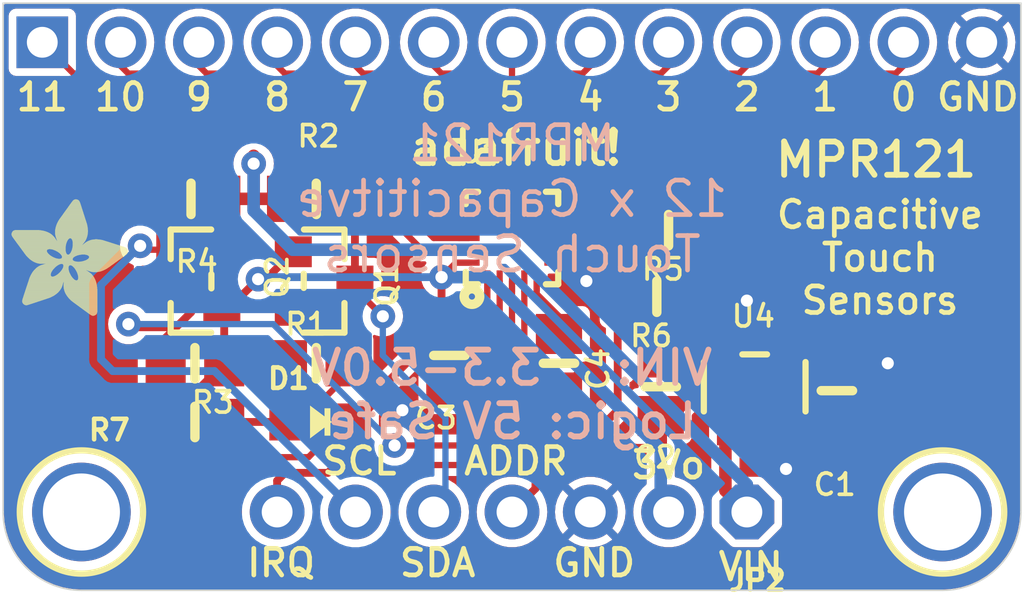
<source format=kicad_pcb>
(kicad_pcb (version 20221018) (generator pcbnew)
  (layers (0 "F.Cu" signal) (31 "B.Cu" signal) (34 "B.Paste" user) (35 "F.Paste" user) (36 "B.SilkS" user "B.Silkscreen") (37 "F.SilkS" user "F.Silkscreen") (38 "B.Mask" user) (39 "F.Mask" user) (44 "Edge.Cuts" user))
  (net 0 "")
  (net 1 "3.3V")
  (net 2 "GND")
  (net 3 "SCL_3V")
  (net 4 "SDA_3V")
  (net 5 "VIN")
  (net 6 "SDA_5V")
  (net 7 "SCL_5V")
  (net 8 "N$2")
  (net 9 "N$3")
  (net 10 "IRQ")
  (net 11 "ELEC0")
  (net 12 "ELEC1")
  (net 13 "ELEC2")
  (net 14 "ELEC3")
  (net 15 "ELEC4")
  (net 16 "ELEC5")
  (net 17 "ELEC6")
  (net 18 "ELEC7")
  (net 19 "ELEC8")
  (net 20 "ELEC9")
  (net 21 "ELEC10")
  (net 22 "ELEC11")
  (net 23 "N$1")
  (net 24 "ADDR")
  (footprint "working:0805-NO" (layer "F.Cu") (at 153.5811 102.8446 180)
    (fp_text reference "R5" (at -0.5715 -1.27) (layer "F.SilkS") (effects (font (size 0.692831 0.692831) (thickness 0.119969)) (justify right)))
    (fp_text value "75K")
    (pad "1" smd rect (at -0.95 0 180) (size 1.3 1.5) (layers "F.Cu" "F.Paste" "F.Mask") (net 2 "GND"))
    (pad "2" smd rect (at 0.95 0 180) (size 1.3 1.5) (layers "F.Cu" "F.Paste" "F.Mask") (net 9 "N$3"))
  )
  (footprint "working:MOUNTINGHOLE_2.5_PLATED" (layer "F.Cu") (at 162.4711 111.9886 180)
    (fp_text reference "U$11" hide)
    (fp_text value "MOUNTINGHOLE2.5" hide)
    (pad "P$1" thru_hole circle (at 0 0 180) (size 3.2 3.2) (drill 2.5) (layers "*.Cu" "*.Mask"))
    (zone (net 0) (net_name "") (layer "F.Cu") (connect_pads (clearance 0)) (min_thickness 0.25)
      (keepout (tracks not_allowed) (vias not_allowed) (pads not_allowed) (copperpour not_allowed) (footprints allowed))
      (fill (thermal_gap 0.5) (thermal_bridge_width 0.5))
      (polygon (pts (xy 160.4551 111.9886) (xy 160.47472 112.269173) (xy 160.533196 112.544285) (xy 160.629392 112.808581) (xy 160.761435 113.056917) (xy 160.926754 113.28446) (xy 161.122133 113.48678) (xy 161.343767 113.65994) (xy 161.587344 113.800569) (xy 161.848122 113.90593) (xy 162.121025 113.973972) (xy 162.400743 114.003372) (xy 162.681829 113.993556) (xy 162.958815 113.944716) (xy 163.226307 113.857803) (xy 163.4791 113.734507) (xy 163.712274 113.57723) (xy 163.921289 113.389031) (xy 164.102078 113.173575) (xy 164.251122 112.935055) (xy 164.36552 112.678113) (xy 164.443046 112.40775) (xy 164.482189 112.129229) (xy 164.482189 111.847971) (xy 164.443046 111.56945) (xy 164.36552 111.299087) (xy 164.251122 111.042145) (xy 164.102078 110.803625) (xy 163.921289 110.588169) (xy 163.712274 110.39997) (xy 163.4791 110.242693) (xy 163.226307 110.119397) (xy 162.958815 110.032484) (xy 162.681829 109.983644) (xy 162.400743 109.973828) (xy 162.121025 110.003228) (xy 161.848122 110.07127) (xy 161.587344 110.176631) (xy 161.343767 110.31726) (xy 161.122133 110.49042) (xy 160.926754 110.69274) (xy 160.761435 110.920283) (xy 160.629392 111.168619) (xy 160.533196 111.432915) (xy 160.47472 111.708027)))
      (polygon (pts (xy 162.4871 111.9886) (xy 162.482414 111.977286) (xy 162.4711 111.9726) (xy 162.459786 111.977286) (xy 162.4551 111.9886) (xy 162.459786 111.999914) (xy 162.4711 112.0046) (xy 162.482414 111.999914)))
    )
    (zone (net 0) (net_name "") (layer "B.Cu") (connect_pads (clearance 0)) (min_thickness 0.25)
      (keepout (tracks not_allowed) (vias not_allowed) (pads not_allowed) (copperpour not_allowed) (footprints allowed))
      (fill (thermal_gap 0.5) (thermal_bridge_width 0.5))
      (polygon (pts (xy 160.4551 111.9886) (xy 160.47472 112.269173) (xy 160.533196 112.544285) (xy 160.629392 112.808581) (xy 160.761435 113.056917) (xy 160.926754 113.28446) (xy 161.122133 113.48678) (xy 161.343767 113.65994) (xy 161.587344 113.800569) (xy 161.848122 113.90593) (xy 162.121025 113.973972) (xy 162.400743 114.003372) (xy 162.681829 113.993556) (xy 162.958815 113.944716) (xy 163.226307 113.857803) (xy 163.4791 113.734507) (xy 163.712274 113.57723) (xy 163.921289 113.389031) (xy 164.102078 113.173575) (xy 164.251122 112.935055) (xy 164.36552 112.678113) (xy 164.443046 112.40775) (xy 164.482189 112.129229) (xy 164.482189 111.847971) (xy 164.443046 111.56945) (xy 164.36552 111.299087) (xy 164.251122 111.042145) (xy 164.102078 110.803625) (xy 163.921289 110.588169) (xy 163.712274 110.39997) (xy 163.4791 110.242693) (xy 163.226307 110.119397) (xy 162.958815 110.032484) (xy 162.681829 109.983644) (xy 162.400743 109.973828) (xy 162.121025 110.003228) (xy 161.848122 110.07127) (xy 161.587344 110.176631) (xy 161.343767 110.31726) (xy 161.122133 110.49042) (xy 160.926754 110.69274) (xy 160.761435 110.920283) (xy 160.629392 111.168619) (xy 160.533196 111.432915) (xy 160.47472 111.708027)))
      (polygon (pts (xy 162.4871 111.9886) (xy 162.482414 111.977286) (xy 162.4711 111.9726) (xy 162.459786 111.977286) (xy 162.4551 111.9886) (xy 162.459786 111.999914) (xy 162.4711 112.0046) (xy 162.482414 111.999914)))
    )
  )
  (footprint "working:0805-NO" (layer "F.Cu") (at 153.2001 105.0036 180)
    (fp_text reference "R6" (at -0.5715 -1.27) (layer "F.SilkS") (effects (font (size 0.692831 0.692831) (thickness 0.119969)) (justify right)))
    (fp_text value "100K")
    (pad "1" smd rect (at -0.95 0 180) (size 1.3 1.5) (layers "F.Cu" "F.Paste" "F.Mask") (net 2 "GND"))
    (pad "2" smd rect (at 0.95 0 180) (size 1.3 1.5) (layers "F.Cu" "F.Paste" "F.Mask") (net 24 "ADDR"))
  )
  (footprint "working:0805-NO" (layer "F.Cu") (at 153.3271 107.9246 90)
    (fp_text reference "C2" (at -2.286 0.5715) (layer "F.SilkS") (effects (font (size 0.692831 0.692831) (thickness 0.119969)) (justify right)))
    (fp_text value "10uF")
    (pad "1" smd rect (at -0.95 0 90) (size 1.3 1.5) (layers "F.Cu" "F.Paste" "F.Mask") (net 1 "3.3V"))
    (pad "2" smd rect (at 0.95 0 90) (size 1.3 1.5) (layers "F.Cu" "F.Paste" "F.Mask") (net 2 "GND"))
  )
  (footprint "working:SOT23-WIDE" (layer "F.Cu") (at 138.0871 104.4956 90)
    (fp_text reference "Q2" (at -0.635 2.794 90) (layer "F.SilkS") (effects (font (size 0.692831 0.692831) (thickness 0.119969)) (justify left)))
    (fp_text value "BSS138")
    (pad "1" smd rect (at -0.95 1 90) (size 1 1.2) (layers "F.Cu" "F.Paste" "F.Mask") (net 1 "3.3V"))
    (pad "2" smd rect (at 0.95 1 90) (size 1 1.2) (layers "F.Cu" "F.Paste" "F.Mask") (net 3 "SCL_3V"))
    (pad "3" smd rect (at 0 -1 90) (size 1 1.2) (layers "F.Cu" "F.Paste" "F.Mask") (net 7 "SCL_5V"))
  )
  (footprint "working:CHIPLED_0805_NOOUTLINE" (layer "F.Cu") (at 142.2781 109.0676 -90)
    (fp_text reference "D1" (at -1.016 1.778) (layer "F.SilkS") (effects (font (size 0.666496 0.666496) (thickness 0.146304)) (justify left bottom)))
    (fp_text value "RED")
    (pad "A" smd rect (at 0 1.05 270) (size 1.2 1.2) (layers "F.Cu" "F.Paste" "F.Mask") (net 23 "N$1"))
    (pad "C" smd rect (at 0 -1.05 270) (size 1.2 1.2) (layers "F.Cu" "F.Paste" "F.Mask") (net 10 "IRQ"))
  )
  (footprint "working:0805-NO" (layer "F.Cu") (at 159.0421 108.0516 90)
    (fp_text reference "C1" (at -3.048 -0.8255) (layer "F.SilkS") (effects (font (size 0.692831 0.692831) (thickness 0.119969)) (justify left)))
    (fp_text value "10uF")
    (pad "1" smd rect (at -0.95 0 90) (size 1.3 1.5) (layers "F.Cu" "F.Paste" "F.Mask") (net 5 "VIN"))
    (pad "2" smd rect (at 0.95 0 90) (size 1.3 1.5) (layers "F.Cu" "F.Paste" "F.Mask") (net 2 "GND"))
  )
  (footprint "working:1X13_ROUND_70" (layer "F.Cu") (at 148.5011 96.7486)
    (fp_text reference "JP1" hide)
    (fp_text value "")
    (pad "1" thru_hole rect (at -15.24 0 90) (size 1.6764 1.6764) (drill 1) (layers "*.Cu" "*.Mask") (net 22 "ELEC11"))
    (pad "2" thru_hole circle (at -12.7 0 90) (size 1.6764 1.6764) (drill 1) (layers "*.Cu" "*.Mask") (net 21 "ELEC10"))
    (pad "3" thru_hole circle (at -10.16 0 90) (size 1.6764 1.6764) (drill 1) (layers "*.Cu" "*.Mask") (net 20 "ELEC9"))
    (pad "4" thru_hole circle (at -7.62 0 90) (size 1.6764 1.6764) (drill 1) (layers "*.Cu" "*.Mask") (net 19 "ELEC8"))
    (pad "5" thru_hole circle (at -5.08 0 90) (size 1.6764 1.6764) (drill 1) (layers "*.Cu" "*.Mask") (net 18 "ELEC7"))
    (pad "6" thru_hole circle (at -2.54 0 90) (size 1.6764 1.6764) (drill 1) (layers "*.Cu" "*.Mask") (net 17 "ELEC6"))
    (pad "7" thru_hole circle (at 0 0 90) (size 1.6764 1.6764) (drill 1) (layers "*.Cu" "*.Mask") (net 16 "ELEC5"))
    (pad "8" thru_hole circle (at 2.54 0 90) (size 1.6764 1.6764) (drill 1) (layers "*.Cu" "*.Mask") (net 15 "ELEC4"))
    (pad "9" thru_hole circle (at 5.08 0 90) (size 1.6764 1.6764) (drill 1) (layers "*.Cu" "*.Mask") (net 14 "ELEC3"))
    (pad "10" thru_hole circle (at 7.62 0 90) (size 1.6764 1.6764) (drill 1) (layers "*.Cu" "*.Mask") (net 13 "ELEC2"))
    (pad "11" thru_hole circle (at 10.16 0 90) (size 1.6764 1.6764) (drill 1) (layers "*.Cu" "*.Mask") (net 12 "ELEC1"))
    (pad "12" thru_hole circle (at 12.7 0 90) (size 1.6764 1.6764) (drill 1) (layers "*.Cu" "*.Mask") (net 11 "ELEC0"))
    (pad "13" thru_hole circle (at 15.24 0 90) (size 1.6764 1.6764) (drill 1) (layers "*.Cu" "*.Mask") (net 2 "GND"))
  )
  (footprint "working:1X07_ROUND_70" (layer "F.Cu") (at 148.5011 111.9886 180)
    (fp_text reference "JP2" (at -8.9662 -1.8288 180) (layer "F.SilkS") (effects (font (size 0.666496 0.666496) (thickness 0.146304)) (justify right top)))
    (fp_text value "")
    (pad "1" thru_hole roundrect (at -7.62 0 270) (size 1.778 1.778) (drill 1) (layers "*.Cu" "*.Mask") (chamfer_ratio 0.2928932188) (chamfer top_left top_right bottom_left bottom_right) (net 5 "VIN"))
    (pad "2" thru_hole circle (at -5.08 0 270) (size 1.778 1.778) (drill 1) (layers "*.Cu" "*.Mask") (net 1 "3.3V"))
    (pad "3" thru_hole circle (at -2.54 0 270) (size 1.778 1.778) (drill 1) (layers "*.Cu" "*.Mask") (net 2 "GND"))
    (pad "4" thru_hole circle (at 0 0 270) (size 1.778 1.778) (drill 1) (layers "*.Cu" "*.Mask") (net 24 "ADDR"))
    (pad "5" thru_hole circle (at 2.54 0 270) (size 1.778 1.778) (drill 1) (layers "*.Cu" "*.Mask") (net 6 "SDA_5V"))
    (pad "6" thru_hole circle (at 5.08 0 270) (size 1.778 1.778) (drill 1) (layers "*.Cu" "*.Mask") (net 7 "SCL_5V"))
    (pad "7" thru_hole circle (at 7.62 0 270) (size 1.778 1.778) (drill 1) (layers "*.Cu" "*.Mask") (net 10 "IRQ"))
  )
  (footprint "working:FIDUCIAL_1MM" (layer "F.Cu") (at 133.3881 100.3046 180)
    (fp_text reference "FID2" hide)
    (fp_text value "FIDUCIAL\"\"" hide)
    (pad "1" smd roundrect (at 0 0 180) (size 1 1) (layers "F.Cu" "F.Mask") (roundrect_rratio 0.5))
  )
  (footprint "working:0805-NO" (layer "F.Cu") (at 138.2141 107.1626)
    (fp_text reference "R3" (at 1.3335 1.27) (layer "F.SilkS") (effects (font (size 0.692831 0.692831) (thickness 0.119969)) (justify right)))
    (fp_text value "10K")
    (pad "1" smd rect (at -0.95 0) (size 1.3 1.5) (layers "F.Cu" "F.Paste" "F.Mask") (net 3 "SCL_3V"))
    (pad "2" smd rect (at 0.95 0) (size 1.3 1.5) (layers "F.Cu" "F.Paste" "F.Mask") (net 1 "3.3V"))
  )
  (footprint "working:SOT23-WIDE" (layer "F.Cu") (at 142.4051 104.4956 -90)
    (fp_text reference "Q1" (at -0.635 -2.032 90) (layer "F.SilkS") (effects (font (size 0.692831 0.692831) (thickness 0.119969)) (justify right)))
    (fp_text value "BSS138")
    (pad "1" smd rect (at -0.95 1 270) (size 1 1.2) (layers "F.Cu" "F.Paste" "F.Mask") (net 1 "3.3V"))
    (pad "2" smd rect (at 0.95 1 270) (size 1 1.2) (layers "F.Cu" "F.Paste" "F.Mask") (net 4 "SDA_3V"))
    (pad "3" smd rect (at 0 -1 270) (size 1 1.2) (layers "F.Cu" "F.Paste" "F.Mask") (net 6 "SDA_5V"))
  )
  (footprint "working:0805-NO" (layer "F.Cu") (at 138.0871 101.8286)
    (fp_text reference "R4" (at -0.5715 2.032) (layer "F.SilkS") (effects (font (size 0.692831 0.692831) (thickness 0.119969)) (justify left)))
    (fp_text value "10K")
    (pad "1" smd rect (at -0.95 0) (size 1.3 1.5) (layers "F.Cu" "F.Paste" "F.Mask") (net 7 "SCL_5V"))
    (pad "2" smd rect (at 0.95 0) (size 1.3 1.5) (layers "F.Cu" "F.Paste" "F.Mask") (net 5 "VIN"))
  )
  (footprint "working:QFN20_3MM_NOTHERMAL" (layer "F.Cu") (at 148.5011 103.0986 90)
    (fp_text reference "U1" (at 2.794 -0.254) (layer "F.SilkS") (effects (font (size 0.692831 0.692831) (thickness 0.119969)) (justify right)))
    (fp_text value "")
    (pad "1" smd rect (at -1.4 -0.8 270) (size 0.7 0.2) (layers "F.Cu" "F.Paste" "F.Mask") (net 10 "IRQ"))
    (pad "2" smd rect (at -1.4 -0.4 270) (size 0.7 0.2) (layers "F.Cu" "F.Paste" "F.Mask") (net 3 "SCL_3V"))
    (pad "3" smd rect (at -1.4 0 270) (size 0.7 0.2) (layers "F.Cu" "F.Paste" "F.Mask") (net 4 "SDA_3V"))
    (pad "4" smd rect (at -1.4 0.4 270) (size 0.7 0.2) (layers "F.Cu" "F.Paste" "F.Mask") (net 24 "ADDR"))
    (pad "5" smd rect (at -1.4 0.8 270) (size 0.7 0.2) (layers "F.Cu" "F.Paste" "F.Mask") (net 8 "N$2"))
    (pad "6" smd rect (at -0.8 1.4 180) (size 0.7 0.2) (layers "F.Cu" "F.Paste" "F.Mask") (net 2 "GND"))
    (pad "7" smd rect (at -0.4 1.4 180) (size 0.7 0.2) (layers "F.Cu" "F.Paste" "F.Mask") (net 9 "N$3"))
    (pad "8" smd rect (at 0 1.4 180) (size 0.7 0.2) (layers "F.Cu" "F.Paste" "F.Mask") (net 11 "ELEC0"))
    (pad "9" smd rect (at 0.4 1.4 180) (size 0.7 0.2) (layers "F.Cu" "F.Paste" "F.Mask") (net 12 "ELEC1"))
    (pad "10" smd rect (at 0.8 1.4 180) (size 0.7 0.2) (layers "F.Cu" "F.Paste" "F.Mask") (net 13 "ELEC2"))
    (pad "11" smd rect (at 1.4 0.8 270) (size 0.7 0.2) (layers "F.Cu" "F.Paste" "F.Mask") (net 14 "ELEC3"))
    (pad "12" smd rect (at 1.4 0.4 270) (size 0.7 0.2) (layers "F.Cu" "F.Paste" "F.Mask") (net 15 "ELEC4"))
    (pad "13" smd rect (at 1.4 0 270) (size 0.7 0.2) (layers "F.Cu" "F.Paste" "F.Mask") (net 16 "ELEC5"))
    (pad "14" smd rect (at 1.4 -0.4 270) (size 0.7 0.2) (layers "F.Cu" "F.Paste" "F.Mask") (net 17 "ELEC6"))
    (pad "15" smd rect (at 1.4 -0.8 270) (size 0.7 0.2) (layers "F.Cu" "F.Paste" "F.Mask") (net 18 "ELEC7"))
    (pad "16" smd rect (at 0.8 -1.4 180) (size 0.7 0.2) (layers "F.Cu" "F.Paste" "F.Mask") (net 19 "ELEC8"))
    (pad "17" smd rect (at 0.4 -1.4 180) (size 0.7 0.2) (layers "F.Cu" "F.Paste" "F.Mask") (net 20 "ELEC9"))
    (pad "18" smd rect (at 0 -1.4 180) (size 0.7 0.2) (layers "F.Cu" "F.Paste" "F.Mask") (net 21 "ELEC10"))
    (pad "19" smd rect (at -0.4 -1.4 180) (size 0.7 0.2) (layers "F.Cu" "F.Paste" "F.Mask") (net 22 "ELEC11"))
    (pad "20" smd rect (at -0.8 -1.4 180) (size 0.7 0.2) (layers "F.Cu" "F.Paste" "F.Mask") (net 1 "3.3V"))
  )
  (footprint "working:SOT23-5" (layer "F.Cu") (at 156.3751 107.9246)
    (fp_text reference "U4" (at -0.816 -2.286) (layer "F.SilkS") (effects (font (size 0.692831 0.692831) (thickness 0.119969)) (justify left)))
    (fp_text value "MIC5225-3.3")
    (pad "1" smd rect (at -0.95 1.3001) (size 0.55 1.2) (layers "F.Cu" "F.Paste" "F.Mask") (net 5 "VIN"))
    (pad "2" smd rect (at 0 1.3001) (size 0.55 1.2) (layers "F.Cu" "F.Paste" "F.Mask") (net 2 "GND"))
    (pad "3" smd rect (at 0.95 1.3001) (size 0.55 1.2) (layers "F.Cu" "F.Paste" "F.Mask") (net 5 "VIN"))
    (pad "4" smd rect (at 0.95 -1.3001) (size 0.55 1.2) (layers "F.Cu" "F.Paste" "F.Mask"))
    (pad "5" smd rect (at -0.95 -1.3001) (size 0.55 1.2) (layers "F.Cu" "F.Paste" "F.Mask") (net 1 "3.3V"))
  )
  (footprint "working:0805-NO" (layer "F.Cu") (at 150.0251 107.1626 -90)
    (fp_text reference "C4" (at -0.5715 -1.27 90) (layer "F.SilkS") (effects (font (size 0.692831 0.692831) (thickness 0.119969)) (justify right)))
    (fp_text value "0.1uF")
    (pad "1" smd rect (at -0.95 0 270) (size 1.3 1.5) (layers "F.Cu" "F.Paste" "F.Mask") (net 8 "N$2"))
    (pad "2" smd rect (at 0.95 0 270) (size 1.3 1.5) (layers "F.Cu" "F.Paste" "F.Mask") (net 2 "GND"))
  )
  (footprint "working:MOUNTINGHOLE_2.5_PLATED" (layer "F.Cu") (at 134.5311 111.9886 180)
    (fp_text reference "U$10" hide)
    (fp_text value "MOUNTINGHOLE2.5" hide)
    (pad "P$1" thru_hole circle (at 0 0 180) (size 3.2 3.2) (drill 2.5) (layers "*.Cu" "*.Mask"))
    (zone (net 0) (net_name "") (layer "F.Cu") (connect_pads (clearance 0)) (min_thickness 0.25)
      (keepout (tracks not_allowed) (vias not_allowed) (pads not_allowed) (copperpour not_allowed) (footprints allowed))
      (fill (thermal_gap 0.5) (thermal_bridge_width 0.5))
      (polygon (pts (xy 132.5151 111.9886) (xy 132.53472 112.269173) (xy 132.593196 112.544285) (xy 132.689392 112.808581) (xy 132.821435 113.056917) (xy 132.986754 113.28446) (xy 133.182133 113.48678) (xy 133.403767 113.65994) (xy 133.647344 113.800569) (xy 133.908122 113.90593) (xy 134.181025 113.973972) (xy 134.460743 114.003372) (xy 134.741829 113.993556) (xy 135.018815 113.944716) (xy 135.286307 113.857803) (xy 135.5391 113.734507) (xy 135.772274 113.57723) (xy 135.981289 113.389031) (xy 136.162078 113.173575) (xy 136.311122 112.935055) (xy 136.42552 112.678113) (xy 136.503046 112.40775) (xy 136.542189 112.129229) (xy 136.542189 111.847971) (xy 136.503046 111.56945) (xy 136.42552 111.299087) (xy 136.311122 111.042145) (xy 136.162078 110.803625) (xy 135.981289 110.588169) (xy 135.772274 110.39997) (xy 135.5391 110.242693) (xy 135.286307 110.119397) (xy 135.018815 110.032484) (xy 134.741829 109.983644) (xy 134.460743 109.973828) (xy 134.181025 110.003228) (xy 133.908122 110.07127) (xy 133.647344 110.176631) (xy 133.403767 110.31726) (xy 133.182133 110.49042) (xy 132.986754 110.69274) (xy 132.821435 110.920283) (xy 132.689392 111.168619) (xy 132.593196 111.432915) (xy 132.53472 111.708027)))
      (polygon (pts (xy 134.5471 111.9886) (xy 134.542414 111.977286) (xy 134.5311 111.9726) (xy 134.519786 111.977286) (xy 134.5151 111.9886) (xy 134.519786 111.999914) (xy 134.5311 112.0046) (xy 134.542414 111.999914)))
    )
    (zone (net 0) (net_name "") (layer "B.Cu") (connect_pads (clearance 0)) (min_thickness 0.25)
      (keepout (tracks not_allowed) (vias not_allowed) (pads not_allowed) (copperpour not_allowed) (footprints allowed))
      (fill (thermal_gap 0.5) (thermal_bridge_width 0.5))
      (polygon (pts (xy 132.5151 111.9886) (xy 132.53472 112.269173) (xy 132.593196 112.544285) (xy 132.689392 112.808581) (xy 132.821435 113.056917) (xy 132.986754 113.28446) (xy 133.182133 113.48678) (xy 133.403767 113.65994) (xy 133.647344 113.800569) (xy 133.908122 113.90593) (xy 134.181025 113.973972) (xy 134.460743 114.003372) (xy 134.741829 113.993556) (xy 135.018815 113.944716) (xy 135.286307 113.857803) (xy 135.5391 113.734507) (xy 135.772274 113.57723) (xy 135.981289 113.389031) (xy 136.162078 113.173575) (xy 136.311122 112.935055) (xy 136.42552 112.678113) (xy 136.503046 112.40775) (xy 136.542189 112.129229) (xy 136.542189 111.847971) (xy 136.503046 111.56945) (xy 136.42552 111.299087) (xy 136.311122 111.042145) (xy 136.162078 110.803625) (xy 135.981289 110.588169) (xy 135.772274 110.39997) (xy 135.5391 110.242693) (xy 135.286307 110.119397) (xy 135.018815 110.032484) (xy 134.741829 109.983644) (xy 134.460743 109.973828) (xy 134.181025 110.003228) (xy 133.908122 110.07127) (xy 133.647344 110.176631) (xy 133.403767 110.31726) (xy 133.182133 110.49042) (xy 132.986754 110.69274) (xy 132.821435 110.920283) (xy 132.689392 111.168619) (xy 132.593196 111.432915) (xy 132.53472 111.708027)))
      (polygon (pts (xy 134.5471 111.9886) (xy 134.542414 111.977286) (xy 134.5311 111.9726) (xy 134.519786 111.977286) (xy 134.5151 111.9886) (xy 134.519786 111.999914) (xy 134.5311 112.0046) (xy 134.542414 111.999914)))
    )
  )
  (footprint "working:0805-NO" (layer "F.Cu") (at 142.1511 107.1626 180)
    (fp_text reference "R1" (at 1.0795 1.27) (layer "F.SilkS") (effects (font (size 0.692831 0.692831) (thickness 0.119969)) (justify left)))
    (fp_text value "10K")
    (pad "1" smd rect (at -0.95 0 180) (size 1.3 1.5) (layers "F.Cu" "F.Paste" "F.Mask") (net 4 "SDA_3V"))
    (pad "2" smd rect (at 0.95 0 180) (size 1.3 1.5) (layers "F.Cu" "F.Paste" "F.Mask") (net 1 "3.3V"))
  )
  (footprint "working:0805-NO" (layer "F.Cu") (at 138.2141 109.0676 180)
    (fp_text reference "R7" (at 2.032 0.127 180) (layer "F.SilkS") (effects (font (size 0.666496 0.666496) (thickness 0.146304)) (justify right top)))
    (fp_text value "1K")
    (pad "1" smd rect (at -0.95 0 180) (size 1.3 1.5) (layers "F.Cu" "F.Paste" "F.Mask") (net 23 "N$1"))
    (pad "2" smd rect (at 0.95 0 180) (size 1.3 1.5) (layers "F.Cu" "F.Paste" "F.Mask") (net 1 "3.3V"))
  )
  (footprint "working:ADAFRUIT_3.5MM" (layer "F.Cu") (at 132.2451 105.6386)
    (fp_text reference "U$14" hide)
    (fp_text value "" hide)
  )
  (footprint "working:FIDUCIAL_1MM" (layer "F.Cu") (at 163.4871 108.6866 180)
    (fp_text reference "FID1" hide)
    (fp_text value "FIDUCIAL\"\"" hide)
    (pad "1" smd roundrect (at 0 0 180) (size 1 1) (layers "F.Cu" "F.Mask") (roundrect_rratio 0.5))
  )
  (footprint "working:0805-NO" (layer "F.Cu") (at 142.1511 101.8286 180)
    (fp_text reference "R2" (at -0.8255 2.032) (layer "F.SilkS") (effects (font (size 0.692831 0.692831) (thickness 0.119969)) (justify right)))
    (fp_text value "10K")
    (pad "1" smd rect (at -0.95 0 180) (size 1.3 1.5) (layers "F.Cu" "F.Paste" "F.Mask") (net 6 "SDA_5V"))
    (pad "2" smd rect (at 0.95 0 180) (size 1.3 1.5) (layers "F.Cu" "F.Paste" "F.Mask") (net 5 "VIN"))
  )
  (footprint "working:0805_10MGAP" (layer "F.Cu") (at 146.4691 106.9086 -90)
    (fp_text reference "C3" (at 2.032 -0.3175) (layer "F.SilkS") (effects (font (size 0.692831 0.692831) (thickness 0.119969)) (justify right)))
    (fp_text value "0.1uF")
    (pad "1" smd rect (at -1.05 0 270) (size 1.2 1.5) (layers "F.Cu" "F.Paste" "F.Mask") (net 1 "3.3V"))
    (pad "2" smd rect (at 1.05 0 270) (size 1.2 1.5) (layers "F.Cu" "F.Paste" "F.Mask") (net 2 "GND"))
  )
  (gr_line (start 165.0111 95.4786) (end 165.0111 111.9886) (stroke (width 0.05)) (layer "Edge.Cuts"))
  (gr_arc (start 134.5311 114.5286) (mid 132.735049 113.784651) (end 131.9911 111.9886) (stroke (width 0.05)) (layer "Edge.Cuts"))
  (gr_arc (start 165.0111 111.9886) (mid 164.267151 113.784651) (end 162.4711 114.5286) (stroke (width 0.05)) (layer "Edge.Cuts"))
  (gr_line (start 131.9911 95.4786) (end 165.0111 95.4786) (stroke (width 0.05)) (layer "Edge.Cuts"))
  (gr_line (start 131.9911 111.9886) (end 131.9911 95.4786) (stroke (width 0.05)) (layer "Edge.Cuts"))
  (gr_line (start 162.4711 114.5286) (end 134.5311 114.5286) (stroke (width 0.05)) (layer "Edge.Cuts"))
  (gr_text "VIN:   3.3-5.0V\nLogic: 5V Safe" (at 148.5011 108.1786) (layer "B.SilkS") (effects (font (size 1.0795 1.0795) (thickness 0.1905)) (justify mirror)))
  (gr_text "MPR121\n12 x Capacititve\nTouch Sensors" (at 148.5011 101.8286) (layer "B.SilkS") (effects (font (size 1.1176 1.1176) (thickness 0.1524)) (justify mirror)))
  (gr_text "8" (at 140.8811 98.5266) (layer "F.SilkS") (effects (font (size 0.8636 0.8636) (thickness 0.1524))))
  (gr_text "11" (at 133.2611 98.5266) (layer "F.SilkS") (effects (font (size 0.8636 0.8636) (thickness 0.1524))))
  (gr_text "5" (at 148.5011 98.5266) (layer "F.SilkS") (effects (font (size 0.8636 0.8636) (thickness 0.1524))))
  (gr_text "6" (at 145.9611 98.5266) (layer "F.SilkS") (effects (font (size 0.8636 0.8636) (thickness 0.1524))))
  (gr_text "adafruit!" (at 148.6281 100.1776) (layer "F.SilkS") (effects (font (size 1.0795 1.0795) (thickness 0.1905))))
  (gr_text "MPR121" (at 160.3121 100.5586) (layer "F.SilkS") (effects (font (size 1.0795 1.0795) (thickness 0.1905))))
  (gr_text "10" (at 135.8011 98.5266) (layer "F.SilkS") (effects (font (size 0.8636 0.8636) (thickness 0.1524))))
  (gr_text "SCL" (at 143.5481 110.3376) (layer "F.SilkS") (effects (font (size 0.8636 0.8636) (thickness 0.1524))))
  (gr_text "IRQ" (at 141.0081 113.6396) (layer "F.SilkS") (effects (font (size 0.8636 0.8636) (thickness 0.1524))))
  (gr_text "7" (at 143.4211 98.5266) (layer "F.SilkS") (effects (font (size 0.8636 0.8636) (thickness 0.1524))))
  (gr_text "1" (at 158.6611 98.5266) (layer "F.SilkS") (effects (font (size 0.8636 0.8636) (thickness 0.1524))))
  (gr_text "9" (at 138.3411 98.5266) (layer "F.SilkS") (effects (font (size 0.8636 0.8636) (thickness 0.1524))))
  (gr_text "VIN" (at 156.2481 113.7666) (layer "F.SilkS") (effects (font (size 0.8636 0.8636) (thickness 0.1524))))
  (gr_text "0" (at 161.2011 98.5266) (layer "F.SilkS") (effects (font (size 0.8636 0.8636) (thickness 0.1524))))
  (gr_text "3" (at 153.5811 98.5266) (layer "F.SilkS") (effects (font (size 0.8636 0.8636) (thickness 0.1524))))
  (gr_text "GND" (at 163.6141 98.5266) (layer "F.SilkS") (effects (font (size 0.8636 0.8636) (thickness 0.1524))))
  (gr_text "4" (at 151.0411 98.5266) (layer "F.SilkS") (effects (font (size 0.8636 0.8636) (thickness 0.1524))))
  (gr_text "3Vo" (at 153.5811 110.4646) (layer "F.SilkS") (effects (font (size 0.8636 0.8636) (thickness 0.1524))))
  (gr_text "Capacitive\nTouch\nSensors" (at 160.4391 103.7336) (layer "F.SilkS") (effects (font (size 0.8636 0.8636) (thickness 0.1524))))
  (gr_text "ADDR" (at 148.6281 110.3376) (layer "F.SilkS") (effects (font (size 0.8636 0.8636) (thickness 0.1524))))
  (gr_text "2" (at 156.1211 98.5266) (layer "F.SilkS") (effects (font (size 0.8636 0.8636) (thickness 0.1524))))
  (gr_text "GND" (at 151.1681 113.6396) (layer "F.SilkS") (effects (font (size 0.8636 0.8636) (thickness 0.1524))))
  (gr_text "SDA" (at 146.0881 113.6396) (layer "F.SilkS") (effects (font (size 0.8636 0.8636) (thickness 0.1524))))
  (segment (start 153.3271 111.7346) (end 153.3271 108.8746) (width 0.4064) (layer "F.Cu") (net 1))
  (segment (start 141.4051 103.5456) (end 140.51649 104.43421) (width 0.254) (layer "F.Cu") (net 1))
  (segment (start 155.4251 106.6245) (end 155.4251 107.0966) (width 0.4064) (layer "F.Cu") (net 1))
  (segment (start 137.2641 109.0676) (end 139.1641 107.1676) (width 0.254) (layer "F.Cu") (net 1))
  (segment (start 139.1641 107.1676) (end 139.1641 107.1626) (width 0.254) (layer "F.Cu") (net 1))
  (segment (start 139.1641 107.1626) (end 141.2011 107.1626) (width 0.254) (layer "F.Cu") (net 1))
  (segment (start 146.4691 105.8926) (end 146.4691 105.8586) (width 0.254) (layer "F.Cu") (net 1))
  (segment (start 155.4251 107.0966) (end 153.6471 108.8746) (width 0.4064) (layer "F.Cu") (net 1))
  (segment (start 140.26249 104.43421) (end 139.2511 105.4456) (width 0.254) (layer "F.Cu") (net 1))
  (segment (start 153.6471 108.8746) (end 153.3271 108.8746) (width 0.4064) (layer "F.Cu") (net 1))
  (segment (start 146.2151 105.6386) (end 146.4691 105.8926) (width 0.254) (layer "F.Cu") (net 1))
  (segment (start 146.2151 105.6386) (end 146.2151 104.3686) (width 0.254) (layer "F.Cu") (net 1))
  (segment (start 146.6851 103.8986) (end 146.2151 104.3686) (width 0.2032) (layer "F.Cu") (net 1))
  (segment (start 147.1011 103.8986) (end 146.6851 103.8986) (width 0.2032) (layer "F.Cu") (net 1))
  (segment (start 140.51649 104.43421) (end 140.26249 104.43421) (width 0.254) (layer "F.Cu") (net 1))
  (segment (start 139.0871 105.4456) (end 139.1641 105.3686) (width 0.254) (layer "F.Cu") (net 1))
  (segment (start 153.3271 111.7346) (end 153.5811 111.9886) (width 0.4064) (layer "F.Cu") (net 1))
  (segment (start 139.1641 105.3686) (end 139.1641 107.1626) (width 0.254) (layer "F.Cu") (net 1))
  (segment (start 139.2511 105.4456) (end 139.0871 105.4456) (width 0.254) (layer "F.Cu") (net 1))
  (via (at 146.2151 104.3686) (size 0.8064) (drill 0.4) (layers "F.Cu" "B.Cu") (net 1))
  (via (at 140.26249 104.43421) (size 0.8001) (drill 0.3937) (layers "F.Cu" "B.Cu") (net 1))
  (segment (start 146.2151 104.3686) (end 147.7391 104.3686) (width 0.4064) (layer "B.Cu") (net 1))
  (segment (start 140.3281 104.3686) (end 146.2151 104.3686) (width 0.254) (layer "B.Cu") (net 1))
  (segment (start 140.26249 104.43421) (end 140.3281 104.3686) (width 0.254) (layer "B.Cu") (net 1))
  (segment (start 147.7391 104.3686) (end 153.3271 109.9566) (width 0.4064) (layer "B.Cu") (net 1))
  (segment (start 153.3271 111.7346) (end 153.5811 111.9886) (width 0.4064) (layer "B.Cu") (net 1))
  (segment (start 153.3271 109.9566) (end 153.3271 111.7346) (width 0.4064) (layer "B.Cu") (net 1))
  (segment (start 154.1501 105.0086) (end 154.1501 105.0036) (width 0.4064) (layer "F.Cu") (net 2))
  (segment (start 153.3271 106.5276) (end 153.9621 105.8926) (width 0.4064) (layer "F.Cu") (net 2))
  (segment (start 153.9621 105.8926) (end 153.9621 105.1966) (width 0.4064) (layer "F.Cu") (net 2))
  (segment (start 153.3271 106.9746) (end 153.3271 106.5276) (width 0.4064) (layer "F.Cu") (net 2))
  (segment (start 153.9621 105.1966) (end 154.1501 105.0086) (width 0.4064) (layer "F.Cu") (net 2))
  (via (at 150.9141 104.4956) (size 0.8001) (drill 0.3937) (layers "F.Cu" "B.Cu") (net 2))
  (via (at 144.9451 108.6866) (size 0.8001) (drill 0.3937) (layers "F.Cu" "B.Cu") (net 2))
  (via (at 156.1211 105.1306) (size 0.8001) (drill 0.3937) (layers "F.Cu" "B.Cu") (net 2))
  (via (at 160.6931 107.1626) (size 0.8001) (drill 0.3937) (layers "F.Cu" "B.Cu") (net 2))
  (via (at 157.3911 110.5916) (size 0.8001) (drill 0.3937) (layers "F.Cu" "B.Cu") (net 2))
  (segment (start 148.1011 104.4986) (end 148.1011 108.8326) (width 0.2032) (layer "F.Cu") (net 3))
  (segment (start 136.0551 105.8926) (end 136.1821 106.0196) (width 0.2032) (layer "F.Cu") (net 3))
  (segment (start 136.1821 106.0196) (end 137.5791 106.0196) (width 0.2032) (layer "F.Cu") (net 3))
  (segment (start 139.0871 103.5456) (end 138.0871 104.5456) (width 0.254) (layer "F.Cu") (net 3))
  (segment (start 148.1011 108.8326) (end 147.1041 109.8296) (width 0.2032) (layer "F.Cu") (net 3))
  (segment (start 138.0871 105.5116) (end 137.5791 106.0196) (width 0.254) (layer "F.Cu") (net 3))
  (segment (start 137.5791 106.0196) (end 137.2641 106.3346) (width 0.254) (layer "F.Cu") (net 3))
  (segment (start 137.2641 107.1626) (end 137.1371 107.2896) (width 0.254) (layer "F.Cu") (net 3))
  (segment (start 137.2641 106.3346) (end 137.2641 107.1626) (width 0.254) (layer "F.Cu") (net 3))
  (segment (start 138.0871 104.5456) (end 138.0871 105.5116) (width 0.254) (layer "F.Cu") (net 3))
  (segment (start 147.1041 109.8296) (end 144.6911 109.8296) (width 0.2032) (layer "F.Cu") (net 3))
  (via (at 136.0551 105.8926) (size 0.8001) (drill 0.3937) (layers "F.Cu" "B.Cu") (net 3))
  (via (at 144.6911 109.8296) (size 0.8001) (drill 0.3937) (layers "F.Cu" "B.Cu") (net 3))
  (segment (start 144.6911 109.8296) (end 140.7541 105.8926) (width 0.2032) (layer "B.Cu") (net 3))
  (segment (start 140.7541 105.8926) (end 136.0551 105.8926) (width 0.2032) (layer "B.Cu") (net 3))
  (segment (start 140.3731 113.3856) (end 139.6111 112.6236) (width 0.254) (layer "F.Cu") (net 4))
  (segment (start 147.7391 110.4646) (end 145.1991 110.4646) (width 0.2032) (layer "F.Cu") (net 4))
  (segment (start 142.9131 107.3506) (end 143.1011 107.1626) (width 0.2032) (layer "F.Cu") (net 4))
  (segment (start 148.5011 109.7026) (end 148.5011 109.5756) (width 0.2032) (layer "F.Cu") (net 4))
  (segment (start 144.6911 110.9726) (end 144.6911 112.8776) (width 0.254) (layer "F.Cu") (net 4))
  (segment (start 139.9921 110.2106) (end 141.8971 110.2106) (width 0.2032) (layer "F.Cu") (net 4))
  (segment (start 142.2781 108.4326) (end 142.9131 107.7976) (width 0.2032) (layer "F.Cu") (net 4))
  (segment (start 139.6111 112.6236) (end 139.6111 110.5916) (width 0.254) (layer "F.Cu") (net 4))
  (segment (start 142.2781 109.8296) (end 142.2781 108.4326) (width 0.2032) (layer "F.Cu") (net 4))
  (segment (start 142.0851 105.4456) (end 141.4051 105.4456) (width 0.254) (layer "F.Cu") (net 4))
  (segment (start 141.8971 110.2106) (end 142.2781 109.8296) (width 0.2032) (layer "F.Cu") (net 4))
  (segment (start 143.0401 107.1016) (end 143.1011 107.1626) (width 0.254) (layer "F.Cu") (net 4))
  (segment (start 144.1831 113.3856) (end 140.3731 113.3856) (width 0.254) (layer "F.Cu") (net 4))
  (segment (start 139.9286 110.2741) (end 139.9921 110.2106) (width 0.2032) (layer "F.Cu") (net 4))
  (segment (start 142.0851 105.4456) (end 143.0401 106.4006) (width 0.254) (layer "F.Cu") (net 4))
  (segment (start 142.9131 107.7976) (end 142.9131 107.3506) (width 0.2032) (layer "F.Cu") (net 4))
  (segment (start 145.1991 110.4646) (end 144.6911 110.9726) (width 0.254) (layer "F.Cu") (net 4))
  (segment (start 144.6911 112.8776) (end 144.1831 113.3856) (width 0.254) (layer "F.Cu") (net 4))
  (segment (start 143.0401 106.4006) (end 143.0401 107.1016) (width 0.254) (layer "F.Cu") (net 4))
  (segment (start 148.5011 104.4986) (end 148.5011 109.5756) (width 0.2032) (layer "F.Cu") (net 4))
  (segment (start 148.5011 109.7026) (end 147.7391 110.4646) (width 0.2032) (layer "F.Cu") (net 4))
  (segment (start 139.6111 110.5916) (end 139.9286 110.2741) (width 0.254) (layer "F.Cu") (net 4))
  (segment (start 140.1191 100.6856) (end 140.1191 100.4316) (width 0.4064) (layer "F.Cu") (net 5))
  (segment (start 158.819 109.2247) (end 157.3251 109.2247) (width 0.4064) (layer "F.Cu") (net 5))
  (segment (start 155.4251 111.2926) (end 156.1211 111.9886) (width 0.4064) (layer "F.Cu") (net 5))
  (segment (start 157.3251 109.2247) (end 157.3911 109.2907) (width 0.4064) (layer "F.Cu") (net 5))
  (segment (start 155.3591 108.1786) (end 155.3591 109.2247) (width 0.4064) (layer "F.Cu") (net 5))
  (segment (start 140.1191 101.8286) (end 140.1191 100.6856) (width 0.4064) (layer "F.Cu") (net 5))
  (segment (start 141.2011 101.8286) (end 140.1191 101.8286) (width 0.4064) (layer "F.Cu") (net 5))
  (segment (start 159.0421 109.0016) (end 158.819 109.2247) (width 0.4064) (layer "F.Cu") (net 5))
  (segment (start 140.1191 102.2096) (end 140.1191 101.8286) (width 0.4064) (layer "F.Cu") (net 5))
  (segment (start 155.4251 109.2247) (end 155.4251 111.2926) (width 0.4064) (layer "F.Cu") (net 5))
  (segment (start 157.3251 109.2247) (end 157.3251 108.1786) (width 0.4064) (layer "F.Cu") (net 5))
  (segment (start 140.1191 101.8286) (end 139.0371 101.8286) (width 0.4064) (layer "F.Cu") (net 5))
  (segment (start 155.3591 109.2247) (end 155.4251 109.2247) (width 0.4064) (layer "F.Cu") (net 5))
  (segment (start 157.3251 108.1786) (end 155.3591 108.1786) (width 0.4064) (layer "F.Cu") (net 5))
  (via (at 140.1191 100.6856) (size 0.8001) (drill 0.3937) (layers "F.Cu" "B.Cu") (net 5))
  (segment (start 156.1211 111.9886) (end 156.1211 111.0996) (width 0.4064) (layer "B.Cu") (net 5))
  (segment (start 141.3891 103.4796) (end 140.1191 102.2096) (width 0.4064) (layer "B.Cu") (net 5))
  (segment (start 156.1211 111.0996) (end 148.5011 103.4796) (width 0.4064) (layer "B.Cu") (net 5))
  (segment (start 140.1191 102.2096) (end 140.1191 100.6856) (width 0.4064) (layer "B.Cu") (net 5))
  (segment (start 148.5011 103.4796) (end 141.3891 103.4796) (width 0.4064) (layer "B.Cu") (net 5))
  (segment (start 143.4051 102.1326) (end 143.4051 104.4956) (width 0.254) (layer "F.Cu") (net 6))
  (segment (start 143.4051 104.7336) (end 143.4051 104.4956) (width 0.2032) (layer "F.Cu") (net 6))
  (segment (start 144.3101 105.6386) (end 143.4051 104.7336) (width 0.2032) (layer "F.Cu") (net 6))
  (segment (start 143.1011 101.8286) (end 143.4051 102.1326) (width 0.254) (layer "F.Cu") (net 6))
  (via (at 144.3101 105.6386) (size 0.8001) (drill 0.3937) (layers "F.Cu" "B.Cu") (net 6))
  (segment (start 146.3421 111.6076) (end 146.3421 108.9406) (width 0.2032) (layer "B.Cu") (net 6))
  (segment (start 145.9611 111.9886) (end 146.3421 111.6076) (width 0.2032) (layer "B.Cu") (net 6))
  (segment (start 144.3101 106.9086) (end 144.3101 105.6386) (width 0.2032) (layer "B.Cu") (net 6))
  (segment (start 146.3421 108.9406) (end 144.3101 106.9086) (width 0.2032) (layer "B.Cu") (net 6))
  (segment (start 136.4361 103.3526) (end 136.5631 103.4796) (width 0.2032) (layer "F.Cu") (net 7))
  (segment (start 136.5631 103.4796) (end 137.0871 103.4796) (width 0.2032) (layer "F.Cu") (net 7))
  (segment (start 137.0871 103.4796) (end 137.0871 104.4956) (width 0.254) (layer "F.Cu") (net 7))
  (segment (start 137.0871 101.8786) (end 137.0871 103.4796) (width 0.254) (layer "F.Cu") (net 7))
  (segment (start 137.1371 101.8286) (end 137.0871 101.8786) (width 0.254) (layer "F.Cu") (net 7))
  (via (at 136.4361 103.3526) (size 0.8001) (drill 0.3937) (layers "F.Cu" "B.Cu") (net 7))
  (segment (start 143.4211 111.9886) (end 138.8491 107.4166) (width 0.254) (layer "B.Cu") (net 7))
  (segment (start 135.5471 107.4166) (end 135.1661 107.0356) (width 0.254) (layer "B.Cu") (net 7))
  (segment (start 135.1661 104.6226) (end 136.4361 103.3526) (width 0.254) (layer "B.Cu") (net 7))
  (segment (start 138.8491 107.4166) (end 135.5471 107.4166) (width 0.254) (layer "B.Cu") (net 7))
  (segment (start 135.1661 107.0356) (end 135.1661 104.6226) (width 0.254) (layer "B.Cu") (net 7))
  (segment (start 149.3011 104.9146) (end 150.0251 105.6386) (width 0.2032) (layer "F.Cu") (net 8))
  (segment (start 150.0251 105.6386) (end 150.0251 106.2126) (width 0.2032) (layer "F.Cu") (net 8))
  (segment (start 149.3011 104.4986) (end 149.3011 104.9146) (width 0.2032) (layer "F.Cu") (net 8))
  (segment (start 149.9011 103.4986) (end 152.2031 103.4986) (width 0.2032) (layer "F.Cu") (net 9))
  (segment (start 152.2031 103.4986) (end 152.6311 103.0706) (width 0.254) (layer "F.Cu") (net 9))
  (segment (start 152.6311 103.0706) (end 152.6311 102.8446) (width 0.254) (layer "F.Cu") (net 9))
  (segment (start 147.7011 106.6926) (end 147.4851 106.9086) (width 0.2032) (layer "F.Cu") (net 10))
  (segment (start 143.4211 109.0676) (end 143.3281 109.0676) (width 0.254) (layer "F.Cu") (net 10))
  (segment (start 140.8811 110.9726) (end 140.8811 111.9886) (width 0.254) (layer "F.Cu") (net 10))
  (segment (start 147.7011 104.4986) (end 147.7011 106.6926) (width 0.2032) (layer "F.Cu") (net 10))
  (segment (start 143.3281 109.9226) (end 142.5321 110.7186) (width 0.254) (layer "F.Cu") (net 10))
  (segment (start 144.1831 108.3056) (end 143.4211 109.0676) (width 0.254) (layer "F.Cu") (net 10))
  (segment (start 143.3281 109.0676) (end 143.3281 109.9226) (width 0.254) (layer "F.Cu") (net 10))
  (segment (start 144.1831 108.0516) (end 144.1831 108.3056) (width 0.254) (layer "F.Cu") (net 10))
  (segment (start 147.4851 106.9086) (end 145.3261 106.9086) (width 0.2032) (layer "F.Cu") (net 10))
  (segment (start 142.5321 110.7186) (end 141.1351 110.7186) (width 0.254) (layer "F.Cu") (net 10))
  (segment (start 141.1351 110.7186) (end 140.8811 110.9726) (width 0.254) (layer "F.Cu") (net 10))
  (segment (start 145.3261 106.9086) (end 144.1831 108.0516) (width 0.254) (layer "F.Cu") (net 10))
  (segment (start 154.3431 99.2886) (end 154.8511 98.7806) (width 0.2032) (layer "F.Cu") (net 11))
  (segment (start 151.5491 100.3046) (end 152.5651 99.2886) (width 0.2032) (layer "F.Cu") (net 11))
  (segment (start 151.0411 103.0986) (end 151.5491 102.5906) (width 0.2032) (layer "F.Cu") (net 11))
  (segment (start 154.8511 98.7806) (end 156.7561 98.7806) (width 0.2032) (layer "F.Cu") (net 11))
  (segment (start 152.5651 99.2886) (end 154.3431 99.2886) (width 0.2032) (layer "F.Cu") (net 11))
  (segment (start 157.2641 98.2726) (end 158.9151 98.2726) (width 0.2032) (layer "F.Cu") (net 11))
  (segment (start 160.9471 97.7646) (end 161.2011 97.5106) (width 0.2032) (layer "F.Cu") (net 11))
  (segment (start 151.5491 102.5906) (end 151.5491 100.3046) (width 0.2032) (layer "F.Cu") (net 11))
  (segment (start 159.4231 97.7646) (end 160.9471 97.7646) (width 0.2032) (layer "F.Cu") (net 11))
  (segment (start 149.9011 103.0986) (end 151.0411 103.0986) (width 0.2032) (layer "F.Cu") (net 11))
  (segment (start 156.7561 98.7806) (end 157.2641 98.2726) (width 0.2032) (layer "F.Cu") (net 11))
  (segment (start 158.9151 98.2726) (end 159.4231 97.7646) (width 0.2032) (layer "F.Cu") (net 11))
  (segment (start 161.2011 97.5106) (end 161.2011 96.7486) (width 0.2032) (layer "F.Cu") (net 11))
  (segment (start 151.0411 99.5426) (end 151.2951 99.2886) (width 0.2032) (layer "F.Cu") (net 12))
  (segment (start 151.2951 99.2886) (end 151.8031 99.2886) (width 0.2032) (layer "F.Cu") (net 12))
  (segment (start 156.8831 97.7646) (end 158.4071 97.7646) (width 0.2032) (layer "F.Cu") (net 12))
  (segment (start 158.4071 97.7646) (end 158.6611 97.5106) (width 0.2032) (layer "F.Cu") (net 12))
  (segment (start 154.0891 98.7806) (end 154.5971 98.2726) (width 0.2032) (layer "F.Cu") (net 12))
  (segment (start 154.5971 98.2726) (end 156.3751 98.2726) (width 0.2032) (layer "F.Cu") (net 12))
  (segment (start 158.6611 97.5106) (end 158.6611 96.7486) (width 0.2032) (layer "F.Cu") (net 12))
  (segment (start 156.3751 98.2726) (end 156.8831 97.7646) (width 0.2032) (layer "F.Cu") (net 12))
  (segment (start 152.3111 98.7806) (end 154.0891 98.7806) (width 0.2032) (layer "F.Cu") (net 12))
  (segment (start 150.6791 102.6986) (end 151.0411 102.3366) (width 0.2032) (layer "F.Cu") (net 12))
  (segment (start 151.8031 99.2886) (end 152.3111 98.7806) (width 0.2032) (layer "F.Cu") (net 12))
  (segment (start 151.0411 102.3366) (end 151.0411 99.5426) (width 0.2032) (layer "F.Cu") (net 12))
  (segment (start 149.9011 102.6986) (end 150.6791 102.6986) (width 0.2032) (layer "F.Cu") (net 12))
  (segment (start 152.0571 98.2726) (end 153.8351 98.2726) (width 0.2032) (layer "F.Cu") (net 13))
  (segment (start 149.9011 102.2986) (end 150.3171 102.2986) (width 0.2032) (layer "F.Cu") (net 13))
  (segment (start 156.1211 97.5106) (end 156.1211 96.7486) (width 0.2032) (layer "F.Cu") (net 13))
  (segment (start 155.8671 97.7646) (end 156.1211 97.5106) (width 0.2032) (layer "F.Cu") (net 13))
  (segment (start 150.3171 102.2986) (end 150.5331 102.0826) (width 0.2032) (layer "F.Cu") (net 13))
  (segment (start 150.5331 102.0826) (end 150.5331 99.0346) (width 0.2032) (layer "F.Cu") (net 13))
  (segment (start 153.8351 98.2726) (end 154.3431 97.7646) (width 0.2032) (layer "F.Cu") (net 13))
  (segment (start 150.5331 99.0346) (end 150.7871 98.7806) (width 0.2032) (layer "F.Cu") (net 13))
  (segment (start 154.3431 97.7646) (end 155.8671 97.7646) (width 0.2032) (layer "F.Cu") (net 13))
  (segment (start 150.7871 98.7806) (end 151.5491 98.7806) (width 0.2032) (layer "F.Cu") (net 13))
  (segment (start 151.5491 98.7806) (end 152.0571 98.2726) (width 0.2032) (layer "F.Cu") (net 13))
  (segment (start 153.5811 97.5106) (end 153.5811 96.7486) (width 0.2032) (layer "F.Cu") (net 14))
  (segment (start 149.5171 98.2726) (end 151.2951 98.2726) (width 0.2032) (layer "F.Cu") (net 14))
  (segment (start 149.3011 101.6986) (end 149.3011 98.4886) (width 0.2032) (layer "F.Cu") (net 14))
  (segment (start 153.3271 97.7646) (end 153.5811 97.5106) (width 0.2032) (layer "F.Cu") (net 14))
  (segment (start 151.2951 98.2726) (end 151.8031 97.7646) (width 0.2032) (layer "F.Cu") (net 14))
  (segment (start 151.8031 97.7646) (end 153.3271 97.7646) (width 0.2032) (layer "F.Cu") (net 14))
  (segment (start 149.3011 98.4886) (end 149.5171 98.2726) (width 0.2032) (layer "F.Cu") (net 14))
  (segment (start 148.9011 98.1266) (end 149.2631 97.7646) (width 0.2032) (layer "F.Cu") (net 15))
  (segment (start 151.0411 97.5106) (end 151.0411 96.7486) (width 0.2032) (layer "F.Cu") (net 15))
  (segment (start 150.7871 97.7646) (end 151.0411 97.5106) (width 0.2032) (layer "F.Cu") (net 15))
  (segment (start 148.9011 101.6986) (end 148.9011 98.1266) (width 0.2032) (layer "F.Cu") (net 15))
  (segment (start 149.2631 97.7646) (end 150.7871 97.7646) (width 0.2032) (layer "F.Cu") (net 15))
  (segment (start 148.5011 101.6986) (end 148.5011 96.7486) (width 0.2032) (layer "F.Cu") (net 16))
  (segment (start 147.7391 97.7646) (end 146.2151 97.7646) (width 0.2032) (layer "F.Cu") (net 17))
  (segment (start 148.1011 101.6986) (end 148.1011 98.1266) (width 0.2032) (layer "F.Cu") (net 17))
  (segment (start 145.9611 97.5106) (end 145.9611 96.7486) (width 0.2032) (layer "F.Cu") (net 17))
  (segment (start 146.2151 97.7646) (end 145.9611 97.5106) (width 0.2032) (layer "F.Cu") (net 17))
  (segment (start 148.1011 98.1266) (end 147.7391 97.7646) (width 0.2032) (layer "F.Cu") (net 17))
  (segment (start 143.4211 97.5106) (end 143.4211 96.7486) (width 0.2032) (layer "F.Cu") (net 18))
  (segment (start 145.7071 98.2726) (end 145.1991 97.7646) (width 0.2032) (layer "F.Cu") (net 18))
  (segment (start 147.4851 98.2726) (end 145.7071 98.2726) (width 0.2032) (layer "F.Cu") (net 18))
  (segment (start 145.1991 97.7646) (end 143.6751 97.7646) (width 0.2032) (layer "F.Cu") (net 18))
  (segment (start 147.7011 98.4886) (end 147.4851 98.2726) (width 0.2032) (layer "F.Cu") (net 18))
  (segment (start 143.6751 97.7646) (end 143.4211 97.5106) (width 0.2032) (layer "F.Cu") (net 18))
  (segment (start 147.7011 101.6986) (end 147.7011 98.4886) (width 0.2032) (layer "F.Cu") (net 18))
  (segment (start 146.4691 99.0346) (end 146.2151 98.7806) (width 0.2032) (layer "F.Cu") (net 19))
  (segment (start 146.2151 98.7806) (end 145.4531 98.7806) (width 0.2032) (layer "F.Cu") (net 19))
  (segment (start 146.4691 102.0826) (end 146.4691 99.0346) (width 0.2032) (layer "F.Cu") (net 19))
  (segment (start 144.9451 98.2726) (end 143.1671 98.2726) (width 0.2032) (layer "F.Cu") (net 19))
  (segment (start 141.1351 97.7646) (end 140.8811 97.5106) (width 0.2032) (layer "F.Cu") (net 19))
  (segment (start 143.1671 98.2726) (end 142.6591 97.7646) (width 0.2032) (layer "F.Cu") (net 19))
  (segment (start 140.8811 97.5106) (end 140.8811 96.7486) (width 0.2032) (layer "F.Cu") (net 19))
  (segment (start 146.6851 102.2986) (end 146.4691 102.0826) (width 0.2032) (layer "F.Cu") (net 19))
  (segment (start 142.6591 97.7646) (end 141.1351 97.7646) (width 0.2032) (layer "F.Cu") (net 19))
  (segment (start 145.4531 98.7806) (end 144.9451 98.2726) (width 0.2032) (layer "F.Cu") (net 19))
  (segment (start 147.1011 102.2986) (end 146.6851 102.2986) (width 0.2032) (layer "F.Cu") (net 19))
  (segment (start 138.3411 97.5106) (end 138.3411 96.7486) (width 0.2032) (layer "F.Cu") (net 20))
  (segment (start 138.5951 97.7646) (end 138.3411 97.5106) (width 0.2032) (layer "F.Cu") (net 20))
  (segment (start 145.9611 99.5426) (end 145.7071 99.2886) (width 0.2032) (layer "F.Cu") (net 20))
  (segment (start 142.9131 98.7806) (end 142.4051 98.2726) (width 0.2032) (layer "F.Cu") (net 20))
  (segment (start 140.1191 97.7646) (end 138.5951 97.7646) (width 0.2032) (layer "F.Cu") (net 20))
  (segment (start 147.1011 102.6986) (end 146.3231 102.6986) (width 0.2032) (layer "F.Cu") (net 20))
  (segment (start 142.4051 98.2726) (end 140.6271 98.2726) (width 0.2032) (layer "F.Cu") (net 20))
  (segment (start 140.6271 98.2726) (end 140.1191 97.7646) (width 0.2032) (layer "F.Cu") (net 20))
  (segment (start 145.1991 99.2886) (end 144.6911 98.7806) (width 0.2032) (layer "F.Cu") (net 20))
  (segment (start 146.3231 102.6986) (end 145.9611 102.3366) (width 0.2032) (layer "F.Cu") (net 20))
  (segment (start 144.6911 98.7806) (end 142.9131 98.7806) (width 0.2032) (layer "F.Cu") (net 20))
  (segment (start 145.9611 102.3366) (end 145.9611 99.5426) (width 0.2032) (layer "F.Cu") (net 20))
  (segment (start 145.7071 99.2886) (end 145.1991 99.2886) (width 0.2032) (layer "F.Cu") (net 20))
  (segment (start 147.1011 103.0986) (end 145.9611 103.0986) (width 0.2032) (layer "F.Cu") (net 21))
  (segment (start 145.4531 102.5906) (end 145.4531 100.3046) (width 0.2032) (layer "F.Cu") (net 21))
  (segment (start 145.9611 103.0986) (end 145.4531 102.5906) (width 0.2032) (layer "F.Cu") (net 21))
  (segment (start 135.8011 97.5106) (end 135.8011 96.7486) (width 0.2032) (layer "F.Cu") (net 21))
  (segment (start 144.4371 99.2886) (end 142.6591 99.2886) (width 0.2032) (layer "F.Cu") (net 21))
  (segment (start 137.5791 97.7646) (end 136.0551 97.7646) (width 0.2032) (layer "F.Cu") (net 21))
  (segment (start 139.8651 98.2726) (end 138.0871 98.2726) (width 0.2032) (layer "F.Cu") (net 21))
  (segment (start 138.0871 98.2726) (end 137.5791 97.7646) (width 0.2032) (layer "F.Cu") (net 21))
  (segment (start 136.0551 97.7646) (end 135.8011 97.5106) (width 0.2032) (layer "F.Cu") (net 21))
  (segment (start 142.6591 99.2886) (end 142.1511 98.7806) (width 0.2032) (layer "F.Cu") (net 21))
  (segment (start 140.3731 98.7806) (end 139.8651 98.2726) (width 0.2032) (layer "F.Cu") (net 21))
  (segment (start 142.1511 98.7806) (end 140.3731 98.7806) (width 0.2032) (layer "F.Cu") (net 21))
  (segment (start 145.4531 100.3046) (end 144.4371 99.2886) (width 0.2032) (layer "F.Cu") (net 21))
  (segment (start 142.4051 99.7966) (end 141.8971 99.2886) (width 0.2032) (layer "F.Cu") (net 22))
  (segment (start 147.1011 103.4986) (end 145.5991 103.4986) (width 0.2032) (layer "F.Cu") (net 22))
  (segment (start 137.8331 98.7806) (end 137.3251 98.2726) (width 0.2032) (layer "F.Cu") (net 22))
  (segment (start 134.2771 97.7646) (end 133.2611 96.7486) (width 0.2032) (layer "F.Cu") (net 22))
  (segment (start 140.1191 99.2886) (end 139.6111 98.7806) (width 0.2032) (layer "F.Cu") (net 22))
  (segment (start 144.9451 100.5586) (end 144.1831 99.7966) (width 0.2032) (layer "F.Cu") (net 22))
  (segment (start 135.5471 98.2726) (end 135.0391 97.7646) (width 0.2032) (layer "F.Cu") (net 22))
  (segment (start 144.1831 99.7966) (end 142.4051 99.7966) (width 0.2032) (layer "F.Cu") (net 22))
  (segment (start 144.9451 102.8446) (end 144.9451 100.5586) (width 0.2032) (layer "F.Cu") (net 22))
  (segment (start 139.6111 98.7806) (end 137.8331 98.7806) (width 0.2032) (layer "F.Cu") (net 22))
  (segment (start 135.0391 97.7646) (end 134.2771 97.7646) (width 0.2032) (layer "F.Cu") (net 22))
  (segment (start 145.5991 103.4986) (end 144.9451 102.8446) (width 0.2032) (layer "F.Cu") (net 22))
  (segment (start 137.3251 98.2726) (end 135.5471 98.2726) (width 0.2032) (layer "F.Cu") (net 22))
  (segment (start 141.8971 99.2886) (end 140.1191 99.2886) (width 0.2032) (layer "F.Cu") (net 22))
  (segment (start 141.2281 109.0676) (end 139.1641 109.0676) (width 0.254) (layer "F.Cu") (net 23))
  (segment (start 149.2631 109.1946) (end 149.2631 111.2266) (width 0.254) (layer "F.Cu") (net 24))
  (segment (start 149.2631 109.1946) (end 151.4221 109.1946) (width 0.254) (layer "F.Cu") (net 24))
  (segment (start 148.9011 104.4986) (end 148.9011 108.8326) (width 0.2032) (layer "F.Cu") (net 24))
  (segment (start 149.2631 111.2266) (end 148.5011 111.9886) (width 0.254) (layer "F.Cu") (net 24))
  (segment (start 151.9301 108.6866) (end 151.9301 105.1966) (width 0.254) (layer "F.Cu") (net 24))
  (segment (start 151.9301 105.1966) (end 152.1231 105.0036) (width 0.4064) (layer "F.Cu") (net 24))
  (segment (start 151.4221 109.1946) (end 151.9301 108.6866) (width 0.254) (layer "F.Cu") (net 24))
  (segment (start 148.9011 108.8326) (end 149.2631 109.1946) (width 0.2032) (layer "F.Cu") (net 24))
  (segment (start 152.1231 105.0036) (end 152.2501 105.0036) (width 0.4064) (layer "F.Cu") (net 24))
  (zone (net 2) (net_name "GND") (layer "F.Cu") (priority 6) (connect_pads (clearance 0.254)) (min_thickness 0.1016) (fill yes (thermal_gap 0.2532) (thermal_bridge_width 0.2532))
    (polygon (pts (xy 165.1127 114.6302) (xy 131.8895 114.6302) (xy 131.8895 95.377) (xy 165.1127 95.377)))
  )
  (zone (net 2) (net_name "GND") (layer "B.Cu") (priority 6) (connect_pads (clearance 0.254)) (min_thickness 0.1016) (fill yes (thermal_gap 0.2532) (thermal_bridge_width 0.2532))
    (polygon (pts (xy 165.1127 114.6302) (xy 131.8895 114.6302) (xy 131.8895 95.377) (xy 165.1127 95.377)))
  )
)
</source>
